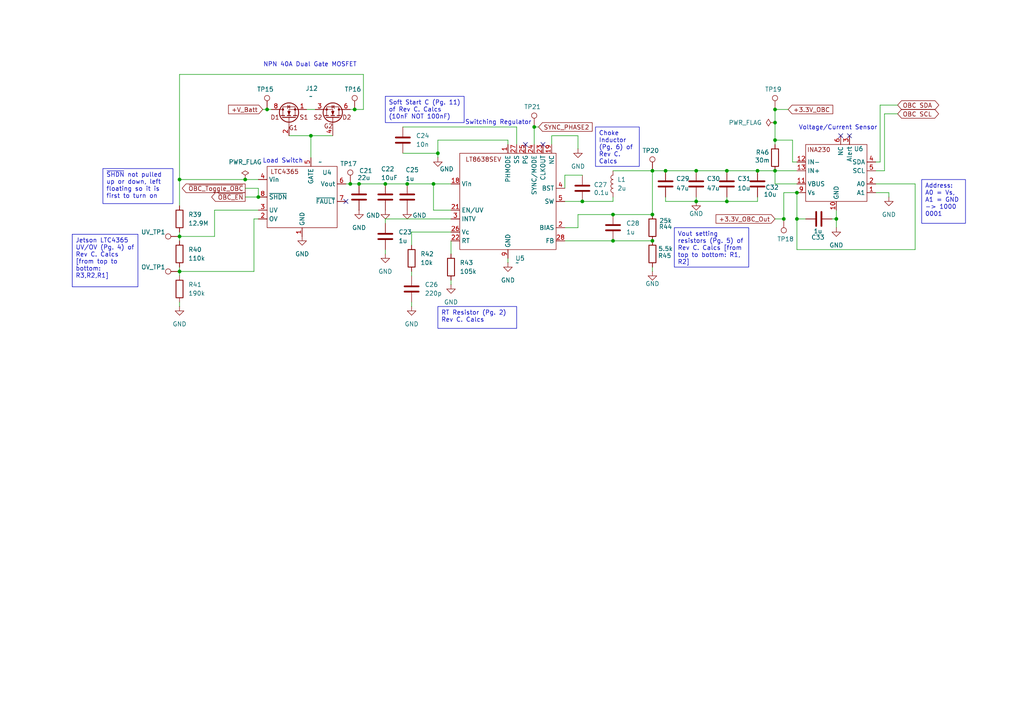
<source format=kicad_sch>
(kicad_sch (version 20250114) (generator "eeschema") (generator_version "9.0")
  (paper "A4")
  (lib_symbols
    (symbol "Connector:TestPoint" (pin_numbers (hide yes)) (pin_names (offset 0.762) (hide yes))
      (property "Reference" "TP" (at 0 6.858 0))
      (property "Value" "TestPoint" (at 0 5.08 0))
      (symbol "TestPoint_0_1"
        (circle (center 0 3.302) (radius 0.762))
      )
      (symbol "TestPoint_1_1"
        (pin passive line (at 0 0 90) (length 2.54) (name "1") (number "1"))
      )
    )
    (symbol "Device:C" (pin_numbers (hide yes)) (pin_names (offset 0.254))
      (property "Reference" "C" (at 0.635 2.54 0))
      (property "Value" "C" (at 0.635 -2.54 0))
      (symbol "C_0_1"
        (polyline (pts (xy -2.032 0.762) (xy 2.032 0.762)) (stroke (width 0.508)))
        (polyline (pts (xy -2.032 -0.762) (xy 2.032 -0.762)) (stroke (width 0.508)))
      )
      (symbol "C_1_1"
        (pin passive line (at 0 3.81 270) (length 2.794) (name "~") (number "1"))
        (pin passive line (at 0 -3.81 90) (length 2.794) (name "~") (number "2"))
      )
    )
    (symbol "Device:L" (pin_numbers (hide yes)) (pin_names (offset 1.016) (hide yes))
      (property "Reference" "L" (at -1.27 0 90))
      (property "Value" "L" (at 1.905 0 90))
      (symbol "L_0_1"
        (arc (start 0 2.54) (mid 0.6323 1.905) (end 0 1.27))
        (arc (start 0 1.27) (mid 0.6323 0.635) (end 0 0))
        (arc (start 0 0) (mid 0.6323 -0.635) (end 0 -1.27))
        (arc (start 0 -1.27) (mid 0.6323 -1.905) (end 0 -2.54))
      )
      (symbol "L_1_1"
        (pin passive line (at 0 3.81 270) (length 1.27) (name "1") (number "1"))
        (pin passive line (at 0 -3.81 90) (length 1.27) (name "2") (number "2"))
      )
    )
    (symbol "Device:R" (pin_numbers (hide yes)) (pin_names (offset 0))
      (property "Reference" "R" (at 2.032 0 90))
      (property "Value" "R" (at 0 0 90))
      (symbol "R_0_1"
        (rectangle (start -1.016 -2.54) (end 1.016 2.54) (stroke (width 0.254)))
      )
      (symbol "R_1_1"
        (pin passive line (at 0 3.81 270) (length 1.27) (name "~") (number "1"))
        (pin passive line (at 0 -3.81 90) (length 1.27) (name "~") (number "2"))
      )
    )
    (symbol "INA230:INA230 [RGT PACKAGE]"
      (property "Reference" "U" (at 7.62 7.62 0))
      (property "Value" "INA230" (at 0 0 0))
      (symbol "INA230 [RGT PACKAGE]_0_1"
        (rectangle (start -8.89 8.89) (end 8.89 -7.62))
      )
      (symbol "INA230 [RGT PACKAGE]_1_1"
        (text "INA230" (at -5.08 7.366 0) (effects (font (size 1.27 1.27))))
        (pin input line (at -11.43 3.81 0) (length 2.54) (name "IN-") (number "12"))
        (pin input line (at -11.43 1.27 0) (length 2.54) (name "IN+") (number "13"))
        (pin input line (at -11.43 -2.54 0) (length 2.54) (name "VBUS") (number "11"))
        (pin power_in line (at -11.43 -5.08 0) (length 2.54) (name "Vs") (number "9"))
        (pin power_in line (at 0 -10.16 90) (length 2.54) (name "GND") (number "10"))
        (pin passive line (at 1.27 11.43 270) (length 2.54) (name "NC") (number "6"))
        (pin output line (at 3.81 11.43 270) (length 2.54) (name "Alert") (number "3"))
        (pin bidirectional line (at 11.43 3.81 180) (length 2.54) (name "SDA") (number "4"))
        (pin bidirectional line (at 11.43 1.27 180) (length 2.54) (name "SCL") (number "5"))
        (pin input line (at 11.43 -2.54 180) (length 2.54) (name "A0") (number "2"))
        (pin input line (at 11.43 -5.08 180) (length 2.54) (name "A1") (number "1"))
      )
    )
    (symbol "LT8638SEV#PBF:LT863SEV#PBF"
      (property "Reference" "U" (at 12.954 -2.286 0))
      (symbol "LT863SEV#PBF_0_1"
        (rectangle (start -13.97 15.24) (end 13.97 -12.7))
      )
      (symbol "LT863SEV#PBF_1_1"
        (text "LT8638SEV\n" (at -7.112 13.462 0) (effects (font (size 1.27 1.27))))
        (pin power_in line (at -16.51 6.35 0) (length 2.54) (name "Vin") (number "18"))
        (pin input line (at -16.51 -1.27 0) (length 2.54) (name "EN/UV") (number "21"))
        (pin input line (at -16.51 -3.81 0) (length 2.54) (name "INTV") (number "3"))
        (pin input line (at -16.51 -7.62 0) (length 2.54) (name "Vc") (number "26"))
        (pin passive line (at -16.51 -10.16 0) (length 2.54) (name "RT") (number "22"))
        (pin passive line (at 0 17.78 270) (length 2.54) (name "PHMODE") (number "1"))
        (pin power_in line (at 0 -15.24 90) (length 2.54) (name "GND") (number "9"))
        (pin passive line (at 2.54 17.78 270) (length 2.54) (name "SS") (number "27"))
        (pin passive line (at 5.08 17.78 270) (length 2.54) (name "PG") (number "25"))
        (pin passive line (at 7.62 17.78 270) (length 2.54) (name "SYNC/MODE") (number "24"))
        (pin passive line (at 10.16 17.78 270) (length 2.54) (name "CLKOUT") (number "23"))
        (pin passive line (at 12.7 17.78 270) (length 2.54) (name "NC") (number "19"))
        (pin power_out line (at 16.51 5.08 180) (length 2.54) (name "BST") (number "4"))
        (pin power_out line (at 16.51 1.27 180) (length 2.54) (name "SW") (number "5"))
        (pin power_out line (at 16.51 -6.35 180) (length 2.54) (name "BIAS") (number "2"))
        (pin power_out line (at 16.51 -10.16 180) (length 2.54) (name "FB") (number "28"))
      )
    )
    (symbol "LTC4365:LTC4365"
      (property "Reference" "U" (at 7.874 -7.874 0))
      (symbol "LTC4365_0_1"
        (rectangle (start -11.43 8.89) (end 8.89 -8.89))
      )
      (symbol "LTC4365_1_1"
        (text "LTC4365\n" (at -6.35 7.366 0) (effects (font (size 1.27 1.27))))
        (pin power_in line (at -13.97 5.08 0) (length 2.54) (name "Vin") (number "4"))
        (pin passive line (at -13.97 0 0) (length 2.54) (name "~{SHDN}") (number "8"))
        (pin input line (at -13.97 -3.81 0) (length 2.54) (name "UV") (number "3"))
        (pin input line (at -13.97 -6.35 0) (length 2.54) (name "OV") (number "2"))
        (pin power_in line (at -1.27 -11.43 90) (length 2.54) (name "GND") (number "1"))
        (pin output line (at 1.27 11.43 270) (length 2.54) (name "GATE") (number "5"))
        (pin power_out line (at 11.43 3.81 180) (length 2.54) (name "Vout") (number "6"))
        (pin output line (at 11.43 -1.27 180) (length 2.54) (name "~{FAULT}") (number "7"))
      )
    )
    (symbol "SISB46DN:SISB46DN"
      (symbol "SISB46DN_0_1"
        (polyline (pts (xy -8.89 1.27) (xy -8.128 1.27)))
        (polyline (pts (xy -8.636 -0.508) (xy -7.62 -0.508)) (stroke (width 0.254)))
        (polyline (pts (xy -8.255 -1.016) (xy -4.445 -1.016)) (stroke (width 0.254)))
        (circle (center -8.128 1.27) (radius 0.254) (fill (type outline)))
        (polyline (pts (xy -6.858 1.524) (xy -6.731 1.651) (xy -6.731 2.413) (xy -6.604 2.54)))
        (polyline (pts (xy -6.858 -0.508) (xy -5.842 -0.508)) (stroke (width 0.254)))
        (polyline (pts (xy -6.731 2.032) (xy -6.096 1.651) (xy -6.096 2.413) (xy -6.731 2.032)))
        (circle (center -6.35 0.381) (radius 2.794) (stroke (width 0.254)))
        (polyline (pts (xy -6.35 -0.254) (xy -6.731 0.762) (xy -5.969 0.762) (xy -6.35 -0.254)) (fill (type outline)))
        (polyline (pts (xy -6.35 -1.016) (xy -6.35 -3.81)))
        (polyline (pts (xy -5.08 -0.508) (xy -4.064 -0.508)) (stroke (width 0.254)))
        (circle (center -4.572 1.27) (radius 0.254) (fill (type outline)))
        (polyline (pts (xy -4.572 -0.508) (xy -4.572 2.032) (xy -8.128 2.032) (xy -8.128 -0.508)))
        (polyline (pts (xy -3.81 1.27) (xy -6.35 1.27) (xy -6.35 -0.508)))
        (polyline (pts (xy 3.81 1.27) (xy 6.35 1.27) (xy 6.35 -0.508)))
        (circle (center 4.572 1.27) (radius 0.254) (fill (type outline)))
        (polyline (pts (xy 4.572 -0.508) (xy 4.572 2.032) (xy 8.128 2.032) (xy 8.128 -0.508)))
        (polyline (pts (xy 5.08 -0.508) (xy 4.064 -0.508)) (stroke (width 0.254)))
        (circle (center 6.35 0.381) (radius 2.794) (stroke (width 0.254)))
        (polyline (pts (xy 6.35 -0.254) (xy 6.731 0.762) (xy 5.969 0.762) (xy 6.35 -0.254)) (fill (type outline)))
        (polyline (pts (xy 6.35 -1.016) (xy 6.35 -3.81)))
        (polyline (pts (xy 6.731 2.032) (xy 6.096 1.651) (xy 6.096 2.413) (xy 6.731 2.032)))
        (polyline (pts (xy 6.858 1.524) (xy 6.731 1.651) (xy 6.731 2.413) (xy 6.604 2.54)))
        (polyline (pts (xy 6.858 -0.508) (xy 5.842 -0.508)) (stroke (width 0.254)))
        (circle (center 8.128 1.27) (radius 0.254) (fill (type outline)))
        (polyline (pts (xy 8.255 -1.016) (xy 4.445 -1.016)) (stroke (width 0.254)))
        (polyline (pts (xy 8.636 -0.508) (xy 7.62 -0.508)) (stroke (width 0.254)))
        (polyline (pts (xy 8.89 1.27) (xy 8.128 1.27)))
      )
      (symbol "SISB46DN_1_1"
        (text "D1" (at -10.414 -1.016 0) (effects (font (size 1.27 1.27))))
        (text "G1" (at -5.08 -4.064 0) (effects (font (size 1.27 1.27))))
        (text "S1" (at -2.032 -1.016 0) (effects (font (size 1.27 1.27))))
        (text "S2" (at 2.032 -1.016 0) (effects (font (size 1.27 1.27))))
        (text "G2" (at 5.08 -3.556 0) (effects (font (size 1.27 1.27))))
        (text "D2" (at 10.414 -1.016 0) (effects (font (size 1.27 1.27))))
        (pin passive line (at -11.43 1.27 0) (length 2.54) (hide yes) (name "") (number "7"))
        (pin passive line (at -11.43 1.27 0) (length 2.54) (name "") (number "8"))
        (pin input line (at -6.35 -6.35 90) (length 2.54) (name "") (number "2"))
        (pin passive line (at -1.27 1.27 180) (length 2.54) (name "") (number "1"))
        (pin passive line (at 1.27 1.27 0) (length 2.54) (name "") (number "3"))
        (pin input line (at 6.35 -6.35 90) (length 2.54) (name "") (number "4"))
        (pin passive line (at 11.43 1.27 180) (length 2.54) (hide yes) (name "") (number "5"))
        (pin passive line (at 11.43 1.27 180) (length 2.54) (name "") (number "6"))
      )
    )
    (symbol "power:GND" (power) (pin_numbers (hide yes)) (pin_names (offset 0) (hide yes))
      (property "Value" "GND" (at 0 -3.81 0))
      (symbol "GND_0_1"
        (polyline (pts (xy 0 0) (xy 0 -1.27) (xy 1.27 -1.27) (xy 0 -2.54) (xy -1.27 -1.27) (xy 0 -1.27)))
      )
      (symbol "GND_1_1"
        (pin power_in line (at 0 0 270) (length 0) (name "~") (number "1"))
      )
    )
    (symbol "power:PWR_FLAG" (power) (pin_numbers (hide yes)) (pin_names (offset 0) (hide yes))
      (property "Value" "PWR_FLAG" (at 0 3.81 0))
      (symbol "PWR_FLAG_0_0"
        (pin power_out line (at 0 0 90) (length 0) (name "~") (number "1"))
      )
      (symbol "PWR_FLAG_0_1"
        (polyline (pts (xy 0 0) (xy 0 1.27) (xy -1.016 1.905) (xy 0 2.54) (xy 1.016 1.905) (xy 0 1.27)))
      )
    )
  )
  (text "Switching Regulator" (at 144.526 35.56 0) (effects (font (size 1.27 1.27))))
  (text "Voltage/Current Sensor" (at 243.078 37.084 0) (effects (font (size 1.27 1.27))))
  (text "NPN 40A Dual Gate MOSFET" (at 89.916 18.796 0) (effects (font (size 1.27 1.27))))
  (text "Load Switch" (at 82.042 46.736 0) (effects (font (size 1.27 1.27))))
  (text_box "Soft Start C (Pg. 11) of Rev C. Calcs (10nF NOT 100nF)" (at 111.76 27.94 0) (size 22.86 7.62) (margins 0.9525 0.9525 0.9525 0.9525) (effects (font (size 1.27 1.27)) (justify left top)))
  (text_box "~{SHDN} not pulled up or down, left floating so it is first to turn on" (at 29.845 48.895 0) (size 20.32 10.16) (margins 0.9525 0.9525 0.9525 0.9525) (effects (font (size 1.27 1.27)) (justify left top)))
  (text_box "RT Resistor (Pg. 2) Rev C. Calcs" (at 127 88.9 0) (size 22.86 6.35) (margins 0.9525 0.9525 0.9525 0.9525) (effects (font (size 1.27 1.27)) (justify left top)))
  (text_box "Choke Inductor (Pg. 6) of Rev C. Calcs" (at 172.72 36.83 0) (size 12.7 11.43) (margins 0.9525 0.9525 0.9525 0.9525) (effects (font (size 1.27 1.27)) (justify left top)))
  (text_box "Vout setting resistors (Pg. 5) of Rev C. Calcs [from top to bottom: R1, R2]" (at 195.58 66.04 0) (size 21.59 11.43) (margins 0.9525 0.9525 0.9525 0.9525) (effects (font (size 1.27 1.27)) (justify left top)))
  (text_box "Jetson LTC4365 UV/OV (Pg. 4) of Rev C. Calcs [from top to bottom: R3,R2,R1]" (at 20.955 67.945 0) (size 19.05 15.24) (margins 0.9525 0.9525 0.9525 0.9525) (effects (font (size 1.27 1.27)) (justify left top)))
  (text_box "Address: A0 = Vs, A1 = GND -> 1000 0001\n" (at 267.335 52.07 0) (size 12.7 12.7) (margins 0.9525 0.9525 0.9525 0.9525) (effects (font (size 1.27 1.27)) (justify left top)))
  (junction (at 219.71 49.53))
  (junction (at 52.07 68.58))
  (junction (at 210.82 49.53))
  (junction (at 242.57 63.5))
  (junction (at 189.23 62.23))
  (junction (at 77.47 31.75))
  (junction (at 227.33 63.5))
  (junction (at 52.07 78.74))
  (junction (at 177.8 62.23))
  (junction (at 90.17 39.37))
  (junction (at 231.14 63.5))
  (junction (at 210.82 58.42))
  (junction (at 201.93 58.42))
  (junction (at 224.79 31.75))
  (junction (at 201.93 49.53))
  (junction (at 111.76 53.34))
  (junction (at 127 44.45))
  (junction (at 71.12 52.07))
  (junction (at 125.73 53.34))
  (junction (at 224.79 35.56))
  (junction (at 52.07 52.07))
  (junction (at 189.23 69.85))
  (junction (at 193.04 49.53))
  (junction (at 154.94 36.83))
  (junction (at 177.8 69.85))
  (junction (at 104.14 53.34))
  (junction (at 101.6 53.34))
  (junction (at 224.79 40.64))
  (junction (at 102.87 31.75))
  (junction (at 168.91 58.42))
  (junction (at 118.11 53.34))
  (junction (at 74.93 57.15))
  (junction (at 231.14 55.88))
  (junction (at 189.23 49.53))
  (junction (at 224.79 49.53))
  (no_connect (at 243.84 39.37))
  (no_connect (at 152.4 41.91))
  (no_connect (at 157.48 41.91))
  (no_connect (at 100.33 58.42))
  (no_connect (at 246.38 39.37))
  (wire (pts (xy 130.81 67.31) (xy 119.38 67.31)))
  (wire (pts (xy 254 53.34) (xy 265.43 53.34)))
  (wire (pts (xy 210.82 49.53) (xy 219.71 49.53)))
  (wire (pts (xy 76.2 31.75) (xy 77.47 31.75)))
  (wire (pts (xy 62.23 68.58) (xy 52.07 68.58)))
  (wire (pts (xy 77.47 31.75) (xy 78.74 31.75)))
  (wire (pts (xy 62.23 60.96) (xy 74.93 60.96)))
  (wire (pts (xy 130.81 69.85) (xy 130.81 73.66)))
  (wire (pts (xy 227.33 55.88) (xy 231.14 55.88)))
  (wire (pts (xy 163.83 58.42) (xy 168.91 58.42)))
  (wire (pts (xy 160.02 39.37) (xy 167.64 39.37)))
  (wire (pts (xy 167.64 39.37) (xy 167.64 43.18)))
  (wire (pts (xy 119.38 78.74) (xy 119.38 80.01)))
  (wire (pts (xy 256.54 33.02) (xy 260.35 33.02)))
  (wire (pts (xy 52.07 78.74) (xy 52.07 80.01)))
  (wire (pts (xy 156.21 36.83) (xy 154.94 36.83)))
  (wire (pts (xy 52.07 21.59) (xy 52.07 52.07)))
  (wire (pts (xy 201.93 57.15) (xy 201.93 58.42)))
  (wire (pts (xy 147.32 40.64) (xy 147.32 41.91)))
  (wire (pts (xy 189.23 49.53) (xy 189.23 62.23)))
  (wire (pts (xy 71.12 57.15) (xy 74.93 57.15)))
  (wire (pts (xy 111.76 63.5) (xy 130.81 63.5)))
  (wire (pts (xy 229.87 46.99) (xy 231.14 46.99)))
  (wire (pts (xy 224.79 35.56) (xy 224.79 31.75)))
  (wire (pts (xy 52.07 52.07) (xy 71.12 52.07)))
  (wire (pts (xy 163.83 66.04) (xy 167.64 66.04)))
  (wire (pts (xy 101.6 31.75) (xy 102.87 31.75)))
  (wire (pts (xy 118.11 53.34) (xy 125.73 53.34)))
  (wire (pts (xy 256.54 49.53) (xy 256.54 33.02)))
  (wire (pts (xy 52.07 21.59) (xy 105.41 21.59)))
  (wire (pts (xy 73.66 63.5) (xy 74.93 63.5)))
  (wire (pts (xy 105.41 31.75) (xy 105.41 21.59)))
  (wire (pts (xy 265.43 72.39) (xy 265.43 53.34)))
  (wire (pts (xy 219.71 49.53) (xy 224.79 49.53)))
  (wire (pts (xy 168.91 58.42) (xy 177.8 58.42)))
  (wire (pts (xy 242.57 63.5) (xy 242.57 60.96)))
  (wire (pts (xy 224.79 49.53) (xy 231.14 49.53)))
  (wire (pts (xy 125.73 60.96) (xy 125.73 53.34)))
  (wire (pts (xy 224.79 40.64) (xy 224.79 35.56)))
  (wire (pts (xy 224.79 40.64) (xy 229.87 40.64)))
  (wire (pts (xy 130.81 60.96) (xy 125.73 60.96)))
  (wire (pts (xy 160.02 41.91) (xy 160.02 39.37)))
  (wire (pts (xy 88.9 31.75) (xy 91.44 31.75)))
  (wire (pts (xy 111.76 64.77) (xy 111.76 63.5)))
  (wire (pts (xy 219.71 58.42) (xy 219.71 57.15)))
  (wire (pts (xy 224.79 49.53) (xy 224.79 53.34)))
  (wire (pts (xy 193.04 49.53) (xy 201.93 49.53)))
  (wire (pts (xy 104.14 53.34) (xy 111.76 53.34)))
  (wire (pts (xy 224.79 63.5) (xy 227.33 63.5)))
  (wire (pts (xy 224.79 31.75) (xy 228.6 31.75)))
  (wire (pts (xy 90.17 39.37) (xy 96.52 39.37)))
  (wire (pts (xy 119.38 87.63) (xy 119.38 88.9)))
  (wire (pts (xy 224.79 40.64) (xy 224.79 41.91)))
  (wire (pts (xy 102.87 31.75) (xy 105.41 31.75)))
  (wire (pts (xy 224.79 53.34) (xy 231.14 53.34)))
  (wire (pts (xy 254 55.88) (xy 257.81 55.88)))
  (wire (pts (xy 52.07 67.31) (xy 52.07 68.58)))
  (wire (pts (xy 71.12 52.07) (xy 74.93 52.07)))
  (wire (pts (xy 231.14 63.5) (xy 231.14 72.39)))
  (wire (pts (xy 52.07 87.63) (xy 52.07 88.9)))
  (wire (pts (xy 52.07 77.47) (xy 52.07 78.74)))
  (wire (pts (xy 241.3 63.5) (xy 242.57 63.5)))
  (wire (pts (xy 229.87 40.64) (xy 229.87 46.99)))
  (wire (pts (xy 227.33 63.5) (xy 227.33 55.88)))
  (wire (pts (xy 127 40.64) (xy 127 44.45)))
  (wire (pts (xy 62.23 60.96) (xy 62.23 68.58)))
  (wire (pts (xy 255.27 30.48) (xy 260.35 30.48)))
  (wire (pts (xy 127 45.72) (xy 127 44.45)))
  (wire (pts (xy 147.32 40.64) (xy 127 40.64)))
  (wire (pts (xy 254 49.53) (xy 256.54 49.53)))
  (wire (pts (xy 189.23 49.53) (xy 177.8 49.53)))
  (wire (pts (xy 73.66 78.74) (xy 73.66 63.5)))
  (wire (pts (xy 149.86 36.83) (xy 116.84 36.83)))
  (wire (pts (xy 52.07 68.58) (xy 52.07 69.85)))
  (wire (pts (xy 210.82 57.15) (xy 210.82 58.42)))
  (wire (pts (xy 193.04 57.15) (xy 193.04 58.42)))
  (wire (pts (xy 189.23 78.74) (xy 189.23 77.47)))
  (wire (pts (xy 163.83 50.8) (xy 168.91 50.8)))
  (wire (pts (xy 154.94 36.83) (xy 154.94 41.91)))
  (wire (pts (xy 71.12 54.61) (xy 74.93 54.61)))
  (wire (pts (xy 52.07 78.74) (xy 73.66 78.74)))
  (wire (pts (xy 167.64 62.23) (xy 167.64 66.04)))
  (wire (pts (xy 116.84 44.45) (xy 127 44.45)))
  (wire (pts (xy 231.14 55.88) (xy 231.14 63.5)))
  (wire (pts (xy 231.14 72.39) (xy 265.43 72.39)))
  (wire (pts (xy 101.6 53.34) (xy 104.14 53.34)))
  (wire (pts (xy 210.82 58.42) (xy 219.71 58.42)))
  (wire (pts (xy 149.86 41.91) (xy 149.86 36.83)))
  (wire (pts (xy 163.83 54.61) (xy 163.83 50.8)))
  (wire (pts (xy 201.93 58.42) (xy 210.82 58.42)))
  (wire (pts (xy 100.33 53.34) (xy 101.6 53.34)))
  (wire (pts (xy 201.93 49.53) (xy 210.82 49.53)))
  (wire (pts (xy 189.23 49.53) (xy 193.04 49.53)))
  (wire (pts (xy 83.82 39.37) (xy 90.17 39.37)))
  (wire (pts (xy 257.81 55.88) (xy 257.81 57.15)))
  (wire (pts (xy 177.8 62.23) (xy 189.23 62.23)))
  (wire (pts (xy 52.07 52.07) (xy 52.07 59.69)))
  (wire (pts (xy 167.64 62.23) (xy 177.8 62.23)))
  (wire (pts (xy 193.04 58.42) (xy 201.93 58.42)))
  (wire (pts (xy 254 46.99) (xy 255.27 46.99)))
  (wire (pts (xy 130.81 81.28) (xy 130.81 82.55)))
  (wire (pts (xy 125.73 53.34) (xy 130.81 53.34)))
  (wire (pts (xy 90.17 39.37) (xy 90.17 45.72)))
  (wire (pts (xy 231.14 63.5) (xy 233.68 63.5)))
  (wire (pts (xy 177.8 58.42) (xy 177.8 57.15)))
  (wire (pts (xy 147.32 74.93) (xy 147.32 76.2)))
  (wire (pts (xy 74.93 54.61) (xy 74.93 57.15)))
  (wire (pts (xy 111.76 72.39) (xy 111.76 73.66)))
  (wire (pts (xy 177.8 69.85) (xy 189.23 69.85)))
  (wire (pts (xy 242.57 66.04) (xy 242.57 63.5)))
  (wire (pts (xy 111.76 53.34) (xy 118.11 53.34)))
  (wire (pts (xy 163.83 69.85) (xy 177.8 69.85)))
  (wire (pts (xy 119.38 67.31) (xy 119.38 71.12)))
  (wire (pts (xy 255.27 46.99) (xy 255.27 30.48)))
  (global_label "SYNC_PHASE2" (shape input) (at 156.21 36.83 0) (property "Intersheetrefs" "${INTERSHEET_REFS}" (effects (hide yes))))
  (global_label "~{OBC_Toggle_OBC}" (shape output) (at 71.12 54.61 180) (property "Intersheetrefs" "${INTERSHEET_REFS}" (effects (hide yes))))
  (global_label "+3.3V_OBC_Out" (shape input) (at 224.79 63.5 180) (property "Intersheetrefs" "${INTERSHEET_REFS}" (effects (hide yes))))
  (global_label "OBC SDA" (shape bidirectional) (at 260.35 30.48 0) (property "Intersheetrefs" "${INTERSHEET_REFS}" (effects (hide yes))))
  (global_label "OBC SCL" (shape bidirectional) (at 260.35 33.02 0) (property "Intersheetrefs" "${INTERSHEET_REFS}" (effects (hide yes))))
  (global_label "~{OBC_EN}" (shape output) (at 71.12 57.15 180) (property "Intersheetrefs" "${INTERSHEET_REFS}" (effects (hide yes))))
  (global_label "+3.3V_OBC" (shape input) (at 228.6 31.75 0) (property "Intersheetrefs" "${INTERSHEET_REFS}" (effects (hide yes))))
  (global_label "+V_Batt" (shape input) (at 76.2 31.75 180) (property "Intersheetrefs" "${INTERSHEET_REFS}" (effects (hide yes))))
  (symbol (lib_id "power:GND") (at 119.38 88.9 0) (unit 1)
    (property "Reference" "#PWR035" (effects (hide yes)))
    (property "Value" "GND" (at 119.38 93.98 0))
    (property "Description" "Power symbol creates a global label with name \"GND\" , ground" (effects (hide yes)))
  )
  (symbol (lib_id "Connector:TestPoint") (at 189.23 49.53 0) (unit 1)
    (property "Reference" "TP20" (at 188.722 43.688 0))
    (property "Value" "TestPoint" (effects (hide yes)))
    (property "Footprint" "TestPoint:TestPoint_Pad_1.0x1.0mm" (effects (hide yes)))
    (property "Description" "test point" (effects (hide yes)))
  )
  (symbol (lib_id "power:GND") (at 111.76 73.66 0) (unit 1)
    (property "Reference" "#PWR033" (effects (hide yes)))
    (property "Value" "GND" (at 111.76 78.74 0))
    (property "Description" "Power symbol creates a global label with name \"GND\" , ground" (effects (hide yes)))
  )
  (symbol (lib_id "LT8638SEV#PBF:LT863SEV#PBF") (at 147.32 59.69 0) (unit 1)
    (property "Reference" "U5" (at 149.4633 74.93 0) (effects (justify left)))
    (property "Value" "~" (at 149.4633 76.2 0) (effects (justify left)))
    (property "Footprint" "RevC Footprints:LT8638SEVPBF" (effects (hide yes)))
    (property "Datasheet" "https://www.mouser.com/datasheet/2/609/lt8638s-2301712.pdf" (effects (hide yes)))
    (property "Description" "42V, 10A/12A Peak Synchronous Step-Down Silent Switcher 2" (effects (hide yes)))
  )
  (symbol (lib_id "Device:C") (at 118.11 57.15 0) (unit 1)
    (property "Reference" "C25" (at 117.602 49.276 0) (effects (justify left)))
    (property "Value" "1u" (at 117.602 51.816 0) (effects (justify left)))
    (property "Footprint" "Capacitor_SMD:C_1210_3225Metric" (effects (hide yes)))
    (property "Description" "Unpolarized capacitor" (effects (hide yes)))
  )
  (symbol (lib_id "power:GND") (at 130.81 82.55 0) (unit 1)
    (property "Reference" "#PWR037" (effects (hide yes)))
    (property "Value" "GND" (at 130.81 87.63 0))
    (property "Description" "Power symbol creates a global label with name \"GND\" , ground" (effects (hide yes)))
  )
  (symbol (lib_id "SISB46DN:SISB46DN") (at 90.17 33.02 0) (unit 1)
    (property "Reference" "J12" (at 90.424 25.654 0))
    (property "Value" "~" (at 90.17 27.94 0))
    (property "Footprint" "RevC Footprints:SISB46DN-T1-GE3" (effects (hide yes)))
    (property "Datasheet" "https://www.vishay.com/docs/76655/sisb46dn.pdf" (effects (hide yes)))
    (property "Description" "Dual N-Channel 40V (D-S) MOSFET" (effects (hide yes)))
  )
  (symbol (lib_id "power:GND") (at 167.64 43.18 0) (unit 1)
    (property "Reference" "#PWR039" (effects (hide yes)))
    (property "Value" "GND" (at 167.64 48.26 0))
    (property "Description" "Power symbol creates a global label with name \"GND\" , ground" (effects (hide yes)))
  )
  (symbol (lib_id "Device:C") (at 168.91 54.61 0) (unit 1)
    (property "Reference" "C27" (at 172.212 53.594 0) (effects (justify left)))
    (property "Value" "0.1u" (at 172.212 55.88 0) (effects (justify left)))
    (property "Footprint" "Capacitor_SMD:C_1210_3225Metric" (effects (hide yes)))
    (property "Description" "Unpolarized capacitor" (effects (hide yes)))
  )
  (symbol (lib_id "Connector:TestPoint") (at 101.6 53.34 0) (unit 1)
    (property "Reference" "TP17" (at 101.092 47.498 0))
    (property "Value" "TestPoint" (effects (hide yes)))
    (property "Footprint" "TestPoint:TestPoint_Pad_1.0x1.0mm" (effects (hide yes)))
    (property "Description" "test point" (effects (hide yes)))
  )
  (symbol (lib_id "power:PWR_FLAG") (at 224.79 35.56 90) (unit 1)
    (property "Reference" "#FLG07" (effects (hide yes)))
    (property "Value" "PWR_FLAG" (at 220.98 35.5599 90) (effects (justify left)))
    (property "Description" "Special symbol for telling ERC where power comes from" (effects (hide yes)))
  )
  (symbol (lib_id "Device:C") (at 104.14 57.15 0) (unit 1)
    (property "Reference" "C21" (at 104.14 49.53 0) (effects (justify left)))
    (property "Value" "22u" (at 103.632 51.562 0) (effects (justify left)))
    (property "Footprint" "Capacitor_SMD:C_1210_3225Metric" (effects (hide yes)))
    (property "Description" "Unpolarized capacitor" (effects (hide yes)))
  )
  (symbol (lib_id "power:GND") (at 147.32 76.2 0) (unit 1)
    (property "Reference" "#PWR038" (effects (hide yes)))
    (property "Value" "GND" (at 147.32 81.28 0))
    (property "Description" "Power symbol creates a global label with name \"GND\" , ground" (effects (hide yes)))
  )
  (symbol (lib_id "Connector:TestPoint") (at 224.79 31.75 0) (unit 1)
    (property "Reference" "TP19" (at 224.282 25.908 0))
    (property "Value" "TestPoint" (effects (hide yes)))
    (property "Footprint" "TestPoint:TestPoint_Pad_1.0x1.0mm" (effects (hide yes)))
    (property "Description" "test point" (effects (hide yes)))
  )
  (symbol (lib_id "Connector:TestPoint") (at 227.33 63.5 180) (unit 1)
    (property "Reference" "TP18" (at 227.838 69.342 0))
    (property "Value" "TestPoint" (effects (hide yes)))
    (property "Footprint" "TestPoint:TestPoint_Pad_1.0x1.0mm" (effects (hide yes)))
    (property "Description" "test point" (effects (hide yes)))
  )
  (symbol (lib_id "Device:C") (at 201.93 53.34 0) (unit 1)
    (property "Reference" "C30" (at 204.978 51.816 0) (effects (justify left)))
    (property "Value" "47u" (at 204.978 54.61 0) (effects (justify left)))
    (property "Footprint" "Capacitor_SMD:C_1210_3225Metric" (effects (hide yes)))
    (property "Description" "Unpolarized capacitor" (effects (hide yes)))
  )
  (symbol (lib_id "Connector:TestPoint") (at 52.07 78.74 90) (unit 1)
    (property "Reference" "OV_TP1" (at 44.45 77.47 90))
    (property "Value" "TestPoint" (effects (hide yes)))
    (property "Footprint" "TestPoint:TestPoint_Pad_1.0x1.0mm" (effects (hide yes)))
    (property "Description" "test point" (effects (hide yes)))
  )
  (symbol (lib_id "Connector:TestPoint") (at 154.94 36.83 0) (unit 1)
    (property "Reference" "TP21" (at 154.432 30.988 0))
    (property "Value" "TestPoint" (effects (hide yes)))
    (property "Footprint" "TestPoint:TestPoint_Pad_1.0x1.0mm" (effects (hide yes)))
    (property "Description" "test point" (effects (hide yes)))
  )
  (symbol (lib_id "Device:C") (at 177.8 66.04 0) (unit 1)
    (property "Reference" "C28" (at 181.61 64.7699 0) (effects (justify left)))
    (property "Value" "1u" (at 181.61 67.3099 0) (effects (justify left)))
    (property "Footprint" "Capacitor_SMD:C_1210_3225Metric" (effects (hide yes)))
    (property "Description" "Unpolarized capacitor" (effects (hide yes)))
  )
  (symbol (lib_id "power:GND") (at 118.11 60.96 0) (unit 1)
    (property "Reference" "#PWR034" (effects (hide yes)))
    (property "Value" "GND" (at 121.666 62.484 0))
    (property "Description" "Power symbol creates a global label with name \"GND\" , ground" (effects (hide yes)))
  )
  (symbol (lib_id "Connector:TestPoint") (at 52.07 68.58 90) (unit 1)
    (property "Reference" "UV_TP1" (at 44.45 67.31 90))
    (property "Value" "TestPoint" (effects (hide yes)))
    (property "Footprint" "TestPoint:TestPoint_Pad_1.0x1.0mm" (effects (hide yes)))
    (property "Description" "test point" (effects (hide yes)))
  )
  (symbol (lib_id "power:GND") (at 127 45.72 0) (unit 1)
    (property "Reference" "#PWR036" (effects (hide yes)))
    (property "Value" "GND" (at 129.54 49.022 0))
    (property "Description" "Power symbol creates a global label with name \"GND\" , ground" (effects (hide yes)))
  )
  (symbol (lib_id "power:PWR_FLAG") (at 71.12 52.07 0) (unit 1)
    (property "Reference" "#FLG06" (effects (hide yes)))
    (property "Value" "PWR_FLAG" (at 71.12 46.99 0))
    (property "Description" "Special symbol for telling ERC where power comes from" (effects (hide yes)))
  )
  (symbol (lib_id "Device:C") (at 210.82 53.34 0) (unit 1)
    (property "Reference" "C31" (at 213.868 51.816 0) (effects (justify left)))
    (property "Value" "10u" (at 213.868 54.61 0) (effects (justify left)))
    (property "Footprint" "Capacitor_SMD:C_1210_3225Metric" (effects (hide yes)))
    (property "Description" "Unpolarized capacitor" (effects (hide yes)))
  )
  (symbol (lib_id "Device:R") (at 224.79 45.72 0) (unit 1)
    (property "Reference" "R46" (at 219.202 44.196 0) (effects (justify left)))
    (property "Value" "30m" (at 218.948 46.482 0) (effects (justify left)))
    (property "Footprint" "Resistor_SMD:R_0603_1608Metric" (effects (hide yes)))
    (property "Description" "Resistor" (effects (hide yes)))
  )
  (symbol (lib_id "power:GND") (at 242.57 66.04 0) (unit 1)
    (property "Reference" "#PWR042" (effects (hide yes)))
    (property "Value" "GND" (at 242.57 71.12 0))
    (property "Description" "Power symbol creates a global label with name \"GND\" , ground" (effects (hide yes)))
  )
  (symbol (lib_id "power:GND") (at 257.81 57.15 0) (unit 1)
    (property "Reference" "#PWR043" (effects (hide yes)))
    (property "Value" "GND" (at 257.81 62.23 0))
    (property "Description" "Power symbol creates a global label with name \"GND\" , ground" (effects (hide yes)))
  )
  (symbol (lib_id "LTC4365:LTC4365") (at 88.9 57.15 0) (unit 1)
    (property "Reference" "U4" (at 93.472 50.038 0) (effects (justify left)))
    (property "Value" "~" (at 92.3133 46.99 0) (effects (justify left)))
    (property "Footprint" "RevC Footprints:LTC4365" (effects (hide yes)))
    (property "Datasheet" "https://www.analog.com/media/en/technical-documentation/data-sheets/LTC4365.pdf" (effects (hide yes)))
    (property "Description" "Overvoltage, Undervoltage and Reverse Supply Protection Controller" (effects (hide yes)))
  )
  (symbol (lib_id "Device:C") (at 237.49 63.5 270) (unit 1)
    (property "Reference" "C33" (at 237.236 68.834 90))
    (property "Value" "1u" (at 237.236 67.056 90))
    (property "Footprint" "Capacitor_SMD:C_1210_3225Metric" (effects (hide yes)))
    (property "Description" "Unpolarized capacitor" (effects (hide yes)))
  )
  (symbol (lib_id "Device:L") (at 177.8 53.34 180) (unit 1)
    (property "Reference" "L1" (at 179.07 52.0699 0) (effects (justify right)))
    (property "Value" "2u" (at 179.07 54.6099 0) (effects (justify right)))
    (property "Footprint" "RevC Footprints:XEL6030102MEC" (effects (hide yes)))
    (property "Datasheet" "https://www.coilcraft.com/en-us/products/power/shielded-inductors/molded-inductor/xel/xel6030/?srsltid=AfmBOoqxe6hS-AVIr3woqGFRZjt3QaXyQi86MwGE0zvqKz2AENsjz4RA" (effects (hide yes)))
    (property "Description" "Coilcraft XEL6030-102 Power Inductor" (effects (hide yes)))
  )
  (symbol (lib_id "Device:C") (at 193.04 53.34 0) (unit 1)
    (property "Reference" "C29" (at 196.088 51.816 0) (effects (justify left)))
    (property "Value" "47u" (at 196.088 54.61 0) (effects (justify left)))
    (property "Footprint" "Capacitor_SMD:C_1210_3225Metric" (effects (hide yes)))
    (property "Description" "Unpolarized capacitor" (effects (hide yes)))
  )
  (symbol (lib_id "power:GND") (at 104.14 60.96 0) (unit 1)
    (property "Reference" "#PWR031" (effects (hide yes)))
    (property "Value" "GND" (at 104.14 66.04 0))
    (property "Description" "Power symbol creates a global label with name \"GND\" , ground" (effects (hide yes)))
  )
  (symbol (lib_id "Device:C") (at 116.84 40.64 0) (unit 1)
    (property "Reference" "C24" (at 120.65 39.3699 0) (effects (justify left)))
    (property "Value" "10n" (at 120.65 41.9099 0) (effects (justify left)))
    (property "Footprint" "Capacitor_SMD:C_1210_3225Metric" (effects (hide yes)))
    (property "Description" "Unpolarized capacitor" (effects (hide yes)))
  )
  (symbol (lib_id "power:GND") (at 201.93 58.42 0) (unit 1)
    (property "Reference" "#PWR041" (effects (hide yes)))
    (property "Value" "GND" (at 201.93 61.976 0))
    (property "Description" "Power symbol creates a global label with name \"GND\" , ground" (effects (hide yes)))
  )
  (symbol (lib_id "Device:R") (at 119.38 74.93 0) (unit 1)
    (property "Reference" "R42" (at 121.92 73.6599 0) (effects (justify left)))
    (property "Value" "10k" (at 121.92 76.1999 0) (effects (justify left)))
    (property "Footprint" "Resistor_SMD:R_0603_1608Metric" (effects (hide yes)))
    (property "Description" "Resistor" (effects (hide yes)))
  )
  (symbol (lib_id "Device:R") (at 52.07 83.82 0) (unit 1)
    (property "Reference" "R41" (at 54.61 82.5499 0) (effects (justify left)))
    (property "Value" "190k" (at 54.61 85.0899 0) (effects (justify left)))
    (property "Footprint" "Resistor_SMD:R_0603_1608Metric" (effects (hide yes)))
    (property "Description" "Resistor" (effects (hide yes)))
  )
  (symbol (lib_id "Device:C") (at 111.76 68.58 0) (unit 1)
    (property "Reference" "C23" (at 115.57 67.3099 0) (effects (justify left)))
    (property "Value" "1u" (at 115.57 69.8499 0) (effects (justify left)))
    (property "Footprint" "Capacitor_SMD:C_1210_3225Metric" (effects (hide yes)))
    (property "Description" "Unpolarized capacitor" (effects (hide yes)))
  )
  (symbol (lib_id "Device:C") (at 219.71 53.34 0) (unit 1)
    (property "Reference" "C32" (at 221.996 54.356 0) (effects (justify left)))
    (property "Value" "10u" (at 221.488 56.388 0) (effects (justify left)))
    (property "Footprint" "Capacitor_SMD:C_1210_3225Metric" (effects (hide yes)))
    (property "Description" "Unpolarized capacitor" (effects (hide yes)))
  )
  (symbol (lib_id "Device:R") (at 52.07 63.5 0) (unit 1)
    (property "Reference" "R39" (at 54.61 62.2299 0) (effects (justify left)))
    (property "Value" "12.9M" (at 54.61 64.7699 0) (effects (justify left)))
    (property "Footprint" "Resistor_SMD:R_0603_1608Metric" (effects (hide yes)))
    (property "Description" "Resistor" (effects (hide yes)))
  )
  (symbol (lib_id "power:GND") (at 87.63 68.58 0) (unit 1)
    (property "Reference" "#PWR030" (effects (hide yes)))
    (property "Value" "GND" (at 87.63 73.66 0))
    (property "Description" "Power symbol creates a global label with name \"GND\" , ground" (effects (hide yes)))
  )
  (symbol (lib_id "power:GND") (at 189.23 78.74 0) (unit 1)
    (property "Reference" "#PWR040" (effects (hide yes)))
    (property "Value" "GND" (at 189.23 82.296 0))
    (property "Description" "Power symbol creates a global label with name \"GND\" , ground" (effects (hide yes)))
  )
  (symbol (lib_id "Device:R") (at 189.23 73.66 0) (unit 1)
    (property "Reference" "R45" (at 192.786 74.168 0))
    (property "Value" "5.5k" (at 193.04 72.136 0))
    (property "Footprint" "Resistor_SMD:R_0603_1608Metric" (effects (hide yes)))
    (property "Description" "Resistor" (effects (hide yes)))
  )
  (symbol (lib_id "power:GND") (at 52.07 88.9 0) (unit 1)
    (property "Reference" "#PWR029" (effects (hide yes)))
    (property "Value" "GND" (at 52.07 93.98 0))
    (property "Description" "Power symbol creates a global label with name \"GND\" , ground" (effects (hide yes)))
  )
  (symbol (lib_id "Device:C") (at 119.38 83.82 0) (unit 1)
    (property "Reference" "C26" (at 123.19 82.5499 0) (effects (justify left)))
    (property "Value" "220p" (at 123.19 85.0899 0) (effects (justify left)))
    (property "Footprint" "Capacitor_SMD:C_1210_3225Metric" (effects (hide yes)))
    (property "Description" "Unpolarized capacitor" (effects (hide yes)))
  )
  (symbol (lib_id "Connector:TestPoint") (at 77.47 31.75 0) (unit 1)
    (property "Reference" "TP15" (at 76.962 25.908 0))
    (property "Value" "TestPoint" (effects (hide yes)))
    (property "Footprint" "TestPoint:TestPoint_Pad_1.0x1.0mm" (effects (hide yes)))
    (property "Description" "test point" (effects (hide yes)))
  )
  (symbol (lib_id "Device:R") (at 130.81 77.47 0) (unit 1)
    (property "Reference" "R43" (at 133.35 76.1999 0) (effects (justify left)))
    (property "Value" "105k" (at 133.35 78.7399 0) (effects (justify left)))
    (property "Footprint" "Resistor_SMD:R_0603_1608Metric" (effects (hide yes)))
    (property "Description" "Resistor" (effects (hide yes)))
  )
  (symbol (lib_id "Connector:TestPoint") (at 102.87 31.75 0) (unit 1)
    (property "Reference" "TP16" (at 102.362 25.908 0))
    (property "Value" "TestPoint" (effects (hide yes)))
    (property "Footprint" "TestPoint:TestPoint_Pad_1.0x1.0mm" (effects (hide yes)))
    (property "Description" "test point" (effects (hide yes)))
  )
  (symbol (lib_id "INA230:INA230 [RGT PACKAGE]") (at 242.57 50.8 0) (unit 1)
    (property "Reference" "U6" (at 247.65 43.18 0) (effects (justify left)))
    (property "Value" "INA230" (effects (hide yes)))
    (property "Footprint" "RevC Footprints:INA230AIRGTT" (effects (hide yes)))
    (property "Datasheet" "https://www.ti.com/lit/ds/symlink/ina230.pdf?ts=1739195723292" (effects (hide yes)))
    (property "Description" "INA230 36V, 16-Bit, I2C Output Current, Voltage and Power Monitor With Alert" (effects (hide yes)))
  )
  (symbol (lib_id "power:GND") (at 111.76 60.96 0) (unit 1)
    (property "Reference" "#PWR032" (effects (hide yes)))
    (property "Value" "GND" (at 108.204 62.484 0))
    (property "Description" "Power symbol creates a global label with name \"GND\" , ground" (effects (hide yes)))
  )
  (symbol (lib_id "Device:R") (at 52.07 73.66 0) (unit 1)
    (property "Reference" "R40" (at 54.61 72.3899 0) (effects (justify left)))
    (property "Value" "110k" (at 54.61 74.9299 0) (effects (justify left)))
    (property "Footprint" "Resistor_SMD:R_0603_1608Metric" (effects (hide yes)))
    (property "Description" "Resistor" (effects (hide yes)))
  )
  (symbol (lib_id "Device:R") (at 189.23 66.04 180) (unit 1)
    (property "Reference" "R44" (at 193.04 65.786 0))
    (property "Value" "25k" (at 193.04 64.008 0))
    (property "Footprint" "Resistor_SMD:R_0603_1608Metric" (effects (hide yes)))
    (property "Description" "Resistor" (effects (hide yes)))
  )
  (symbol (lib_id "Device:C") (at 111.76 57.15 0) (unit 1)
    (property "Reference" "C22" (at 110.49 49.022 0) (effects (justify left)))
    (property "Value" "10uF" (at 110.49 51.562 0) (effects (justify left)))
    (property "Footprint" "Capacitor_SMD:C_1210_3225Metric" (effects (hide yes)))
    (property "Description" "Unpolarized capacitor" (effects (hide yes)))
  )
)
</source>
